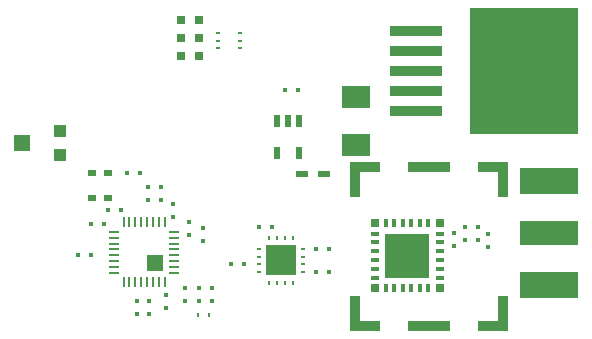
<source format=gbr>
G04 #@! TF.FileFunction,Paste,Top*
%FSLAX46Y46*%
G04 Gerber Fmt 4.6, Leading zero omitted, Abs format (unit mm)*
G04 Created by KiCad (PCBNEW 4.0.1-stable) date 1/31/2017 7:38:33 PM*
%MOMM*%
G01*
G04 APERTURE LIST*
%ADD10C,0.100000*%
%ADD11R,2.347600X1.847600*%
%ADD12R,1.047600X0.597600*%
%ADD13R,4.927600X2.262600*%
%ADD14R,4.927600X2.137600*%
%ADD15R,0.347600X0.447600*%
%ADD16R,0.697600X0.477600*%
%ADD17R,0.447600X0.347600*%
%ADD18R,0.847600X2.977600*%
%ADD19R,2.507600X0.847600*%
%ADD20R,3.647600X0.847600*%
%ADD21R,3.722600X3.722600*%
%ADD22R,0.747600X0.697600*%
%ADD23R,0.747600X0.347600*%
%ADD24R,0.347600X0.747600*%
%ADD25C,0.067600*%
%ADD26R,0.247600X0.447600*%
%ADD27R,1.047600X1.047600*%
%ADD28R,1.347600X1.447600*%
%ADD29R,0.597600X1.087600*%
%ADD30R,0.647600X0.647600*%
%ADD31R,0.447600X0.267600*%
%ADD32R,4.447600X0.947600*%
%ADD33R,9.247600X10.647600*%
%ADD34R,0.397600X0.147600*%
%ADD35R,0.147600X0.397600*%
%ADD36R,2.547600X2.547600*%
%ADD37R,0.127600X0.837600*%
%ADD38R,0.837600X0.127600*%
%ADD39R,1.371600X1.371600*%
G04 APERTURE END LIST*
D10*
D11*
X137033000Y-94062800D03*
X137033000Y-98062800D03*
D12*
X132488900Y-100558600D03*
X134388900Y-100558600D03*
D13*
X153377900Y-101167200D03*
X153377900Y-109932200D03*
X153377900Y-109932200D03*
D14*
X153377900Y-105549700D03*
D13*
X153377900Y-101167200D03*
D15*
X118516400Y-112411600D03*
X118516400Y-111311600D03*
X119443500Y-101685000D03*
X119443500Y-102785000D03*
X121539000Y-103082000D03*
X121539000Y-104182000D03*
D16*
X114679500Y-100496500D03*
X114679500Y-102576500D03*
X116079500Y-100496500D03*
X116079500Y-102576500D03*
D15*
X120954800Y-111929000D03*
X120954800Y-110829000D03*
X120523000Y-101685000D03*
X120523000Y-102785000D03*
X119545100Y-112398900D03*
X119545100Y-111298900D03*
D17*
X117199500Y-103568500D03*
X116099500Y-103568500D03*
X118787000Y-100457000D03*
X117687000Y-100457000D03*
X114596000Y-107442000D03*
X113496000Y-107442000D03*
X115739000Y-104775000D03*
X114639000Y-104775000D03*
D18*
X149516000Y-112345000D03*
D19*
X148686000Y-113410000D03*
D18*
X136996000Y-101015000D03*
D19*
X137826000Y-113410000D03*
X148686000Y-99950000D03*
D18*
X149516000Y-101015000D03*
D20*
X143256000Y-99950000D03*
D19*
X137826000Y-99950000D03*
D18*
X136996000Y-112345000D03*
D20*
X143256000Y-113410000D03*
D17*
X128863000Y-105029000D03*
X129963000Y-105029000D03*
X126450000Y-108204000D03*
X127550000Y-108204000D03*
D15*
X122936000Y-104606000D03*
X122936000Y-105706000D03*
D17*
X147362000Y-105029000D03*
X146262000Y-105029000D03*
D15*
X148209000Y-105622000D03*
X148209000Y-106722000D03*
D17*
X147362000Y-106172000D03*
X146262000Y-106172000D03*
D15*
X145364200Y-105583900D03*
X145364200Y-106683900D03*
D21*
X141380500Y-107461500D03*
D22*
X144130500Y-104711500D03*
X144130500Y-110211500D03*
X138630500Y-110211500D03*
X138630500Y-104711500D03*
D23*
X144130500Y-109336500D03*
X138630500Y-105586500D03*
D24*
X139567500Y-110211500D03*
X143192500Y-104711500D03*
X142467500Y-104711500D03*
X141742500Y-104711500D03*
X141017500Y-104711500D03*
X140292500Y-104711500D03*
X139567500Y-104711500D03*
X140292500Y-110211500D03*
X141017500Y-110211500D03*
X141742500Y-110211500D03*
X142467500Y-110211500D03*
X143192500Y-110211500D03*
D23*
X138630500Y-106336500D03*
X138630500Y-107086500D03*
X138630500Y-107836500D03*
X138630500Y-108586500D03*
X138630500Y-109336500D03*
X144130500Y-108586500D03*
X144130500Y-107836500D03*
X144130500Y-107086500D03*
X144130500Y-106336500D03*
X144130500Y-105586500D03*
D17*
X134789000Y-108843600D03*
X133689000Y-108843600D03*
X134789000Y-106892760D03*
X133689000Y-106892760D03*
D25*
X124090000Y-108938000D03*
X123486000Y-108938000D03*
X123486000Y-108438000D03*
X123486000Y-107938000D03*
X123486000Y-107438000D03*
X124910000Y-107438000D03*
X124910000Y-108938000D03*
X124910000Y-108188000D03*
D26*
X123692500Y-112458500D03*
X124592500Y-112458500D03*
D15*
X122555000Y-110194000D03*
X122555000Y-111294000D03*
D17*
X124900000Y-110181000D03*
X123800000Y-110181000D03*
X123783000Y-111315500D03*
X124883000Y-111315500D03*
D27*
X112036000Y-98917000D03*
X112036000Y-96917000D03*
D28*
X108786000Y-97917000D03*
D29*
X132242600Y-98797100D03*
X130342600Y-98797100D03*
X132242600Y-96097100D03*
X130342600Y-96097100D03*
X131292600Y-96097100D03*
D30*
X123762200Y-87477600D03*
X122262200Y-87477600D03*
X123762200Y-89001600D03*
X122262200Y-89001600D03*
X123762200Y-90525600D03*
X122262200Y-90525600D03*
D31*
X127264200Y-89905600D03*
X127264200Y-89255600D03*
X127264200Y-88605600D03*
X125364200Y-89905600D03*
X125364200Y-89255600D03*
X125364200Y-88605600D03*
D17*
X132147400Y-93446600D03*
X131047400Y-93446600D03*
D15*
X124066300Y-105126700D03*
X124066300Y-106226700D03*
D32*
X142113000Y-95221000D03*
X142113000Y-93521000D03*
X142113000Y-90121000D03*
D33*
X151263000Y-91821000D03*
D32*
X142113000Y-91821000D03*
X142113000Y-88421000D03*
D34*
X128833400Y-106893720D03*
X128833400Y-106893720D03*
X128833400Y-107543720D03*
X128833400Y-108193720D03*
X128833400Y-108843720D03*
D35*
X129733400Y-109743720D03*
X130383400Y-109743720D03*
X131033400Y-109743720D03*
X131683400Y-109743720D03*
D34*
X132583400Y-108843720D03*
X132583400Y-108193720D03*
X132583400Y-107543720D03*
X132583400Y-106893720D03*
D35*
X131683400Y-105993720D03*
X131033400Y-105993720D03*
X130383400Y-105993720D03*
X129733400Y-105993720D03*
D36*
X130708400Y-107868720D03*
D37*
X120876000Y-104643000D03*
D38*
X121671000Y-108938000D03*
X116581000Y-105438000D03*
D37*
X117376000Y-109733000D03*
X117876000Y-109733000D03*
X118376000Y-109733000D03*
X118876000Y-109733000D03*
X119376000Y-109733000D03*
X119876000Y-109733000D03*
X120376000Y-109733000D03*
X120876000Y-109733000D03*
D38*
X116581000Y-105938000D03*
X116581000Y-106438000D03*
X116581000Y-106938000D03*
X116581000Y-107438000D03*
X116581000Y-107938000D03*
X116581000Y-108438000D03*
X116581000Y-108938000D03*
X121671000Y-108438000D03*
X121671000Y-107938000D03*
X121671000Y-107438000D03*
X121671000Y-106938000D03*
X121671000Y-106438000D03*
X121671000Y-105938000D03*
X121671000Y-105438000D03*
D37*
X120376000Y-104643000D03*
X119876000Y-104643000D03*
X119376000Y-104643000D03*
X118876000Y-104643000D03*
X118376000Y-104643000D03*
X117876000Y-104643000D03*
X117376000Y-104643000D03*
D39*
X120001000Y-108063000D03*
M02*

</source>
